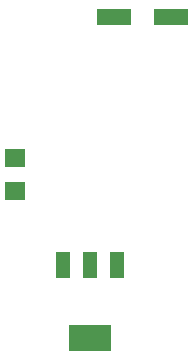
<source format=gbr>
G04 EAGLE Gerber RS-274X export*
G75*
%MOMM*%
%FSLAX34Y34*%
%LPD*%
%INSolderpaste Top*%
%IPPOS*%
%AMOC8*
5,1,8,0,0,1.08239X$1,22.5*%
G01*
%ADD10R,3.000000X1.400000*%
%ADD11R,1.800000X1.600000*%
%ADD12R,1.219200X2.235200*%
%ADD13R,3.600000X2.200000*%


D10*
X239900Y431800D03*
X191900Y431800D03*
D11*
X108260Y312460D03*
X108260Y284460D03*
D12*
X194564Y221488D03*
X171450Y221488D03*
X148336Y221488D03*
D13*
X171450Y159510D03*
M02*

</source>
